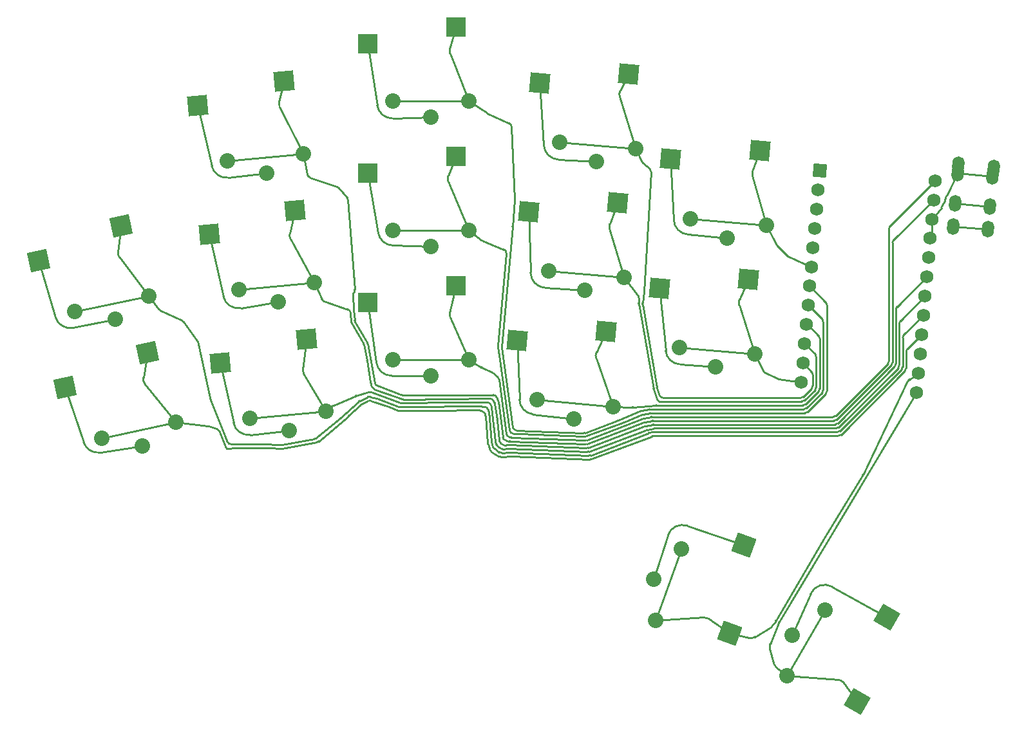
<source format=gbr>
%TF.GenerationSoftware,KiCad,Pcbnew,6.0.1-1.fc35*%
%TF.CreationDate,2022-01-21T00:59:50-05:00*%
%TF.ProjectId,a_dux_30,615f6475-785f-4333-902e-6b696361645f,v1.0.0*%
%TF.SameCoordinates,Original*%
%TF.FileFunction,Copper,L1,Top*%
%TF.FilePolarity,Positive*%
%FSLAX46Y46*%
G04 Gerber Fmt 4.6, Leading zero omitted, Abs format (unit mm)*
G04 Created by KiCad (PCBNEW 6.0.1-1.fc35) date 2022-01-21 00:59:50*
%MOMM*%
%LPD*%
G01*
G04 APERTURE LIST*
G04 Aperture macros list*
%AMHorizOval*
0 Thick line with rounded ends*
0 $1 width*
0 $2 $3 position (X,Y) of the first rounded end (center of the circle)*
0 $4 $5 position (X,Y) of the second rounded end (center of the circle)*
0 Add line between two ends*
20,1,$1,$2,$3,$4,$5,0*
0 Add two circle primitives to create the rounded ends*
1,1,$1,$2,$3*
1,1,$1,$4,$5*%
%AMRotRect*
0 Rectangle, with rotation*
0 The origin of the aperture is its center*
0 $1 length*
0 $2 width*
0 $3 Rotation angle, in degrees counterclockwise*
0 Add horizontal line*
21,1,$1,$2,0,0,$3*%
G04 Aperture macros list end*
%TA.AperFunction,SMDPad,CuDef*%
%ADD10R,2.600000X2.600000*%
%TD*%
%TA.AperFunction,SMDPad,CuDef*%
%ADD11RotRect,2.600000X2.600000X355.000000*%
%TD*%
%TA.AperFunction,ComponentPad*%
%ADD12C,2.032000*%
%TD*%
%TA.AperFunction,ComponentPad*%
%ADD13HorizOval,1.600000X0.026147X0.298858X-0.026147X-0.298858X0*%
%TD*%
%TA.AperFunction,SMDPad,CuDef*%
%ADD14RotRect,2.600000X2.600000X12.000000*%
%TD*%
%TA.AperFunction,SMDPad,CuDef*%
%ADD15RotRect,2.600000X2.600000X5.000000*%
%TD*%
%TA.AperFunction,ComponentPad*%
%ADD16RotRect,1.752600X1.752600X265.000000*%
%TD*%
%TA.AperFunction,ComponentPad*%
%ADD17C,1.752600*%
%TD*%
%TA.AperFunction,SMDPad,CuDef*%
%ADD18RotRect,2.600000X2.600000X250.000000*%
%TD*%
%TA.AperFunction,SMDPad,CuDef*%
%ADD19RotRect,2.600000X2.600000X240.000000*%
%TD*%
%TA.AperFunction,Conductor*%
%ADD20C,0.250000*%
%TD*%
G04 APERTURE END LIST*
D10*
%TO.P,S15,1*%
%TO.N,P18*%
X53400604Y65578531D03*
%TO.P,S15,2*%
%TO.N,GND*%
X41850604Y63378531D03*
%TD*%
D11*
%TO.P,S21,1*%
%TO.N,P16*%
X76151660Y59409717D03*
%TO.P,S21,2*%
%TO.N,GND*%
X64453869Y58224738D03*
%TD*%
D12*
%TO.P,S4,1*%
%TO.N,P5*%
X13077306Y30208126D03*
X3295830Y28129009D03*
%TO.P,S4,2*%
%TO.N,GND*%
X8623183Y27114457D03*
X8623183Y27114457D03*
%TD*%
D13*
%TO.P,REF\u002A\u002A,1*%
%TO.N,GND*%
X119498052Y47436268D03*
X124080548Y47035352D03*
%TO.P,REF\u002A\u002A,2*%
X119402181Y46340454D03*
X123984676Y45939538D03*
%TO.P,REF\u002A\u002A,3*%
%TO.N,P2*%
X119053558Y42355675D03*
X123636053Y41954759D03*
%TO.P,REF\u002A\u002A,4*%
%TO.N,VCC*%
X118792090Y39367091D03*
X123374586Y38966175D03*
%TD*%
D10*
%TO.P,S11,1*%
%TO.N,P1*%
X53400604Y31578531D03*
%TO.P,S11,2*%
%TO.N,GND*%
X41850604Y29378531D03*
%TD*%
D12*
%TO.P,S30,1*%
%TO.N,P9*%
X101903347Y-11114876D03*
X96903347Y-19775130D03*
%TO.P,S30,2*%
%TO.N,GND*%
X97584694Y-14395003D03*
X97584694Y-14395003D03*
%TD*%
%TO.P,S12,1*%
%TO.N,P1*%
X55125604Y21828531D03*
X45125604Y21828531D03*
%TO.P,S12,2*%
%TO.N,GND*%
X50125604Y19728531D03*
X50125604Y19728531D03*
%TD*%
D10*
%TO.P,S13,1*%
%TO.N,P19*%
X53400604Y48578531D03*
%TO.P,S13,2*%
%TO.N,GND*%
X41850604Y46378531D03*
%TD*%
D14*
%TO.P,S1,1*%
%TO.N,P6*%
X12897362Y22757907D03*
%TO.P,S1,2*%
%TO.N,GND*%
X2057163Y18204602D03*
%TD*%
D12*
%TO.P,S16,1*%
%TO.N,P18*%
X45125604Y55828531D03*
X55125604Y55828531D03*
%TO.P,S16,2*%
%TO.N,GND*%
X50125604Y53728531D03*
X50125604Y53728531D03*
%TD*%
%TO.P,S6,1*%
%TO.N,P4*%
X36318499Y15000173D03*
X26356552Y14128615D03*
%TO.P,S6,2*%
%TO.N,GND*%
X31520553Y12472385D03*
X31520553Y12472385D03*
%TD*%
D11*
%TO.P,S23,1*%
%TO.N,P10*%
X91860694Y32437949D03*
%TO.P,S23,2*%
%TO.N,GND*%
X80162903Y31252970D03*
%TD*%
D12*
%TO.P,S26,1*%
%TO.N,P20*%
X84249062Y40381575D03*
X94211009Y39510017D03*
%TO.P,S26,2*%
%TO.N,GND*%
X89047008Y37853787D03*
X89047008Y37853787D03*
%TD*%
D14*
%TO.P,S3,1*%
%TO.N,P5*%
X9362863Y39386417D03*
%TO.P,S3,2*%
%TO.N,GND*%
X-1477336Y34833112D03*
%TD*%
D15*
%TO.P,S5,1*%
%TO.N,P4*%
X33750295Y24562728D03*
%TO.P,S5,2*%
%TO.N,GND*%
X22435989Y21364450D03*
%TD*%
D12*
%TO.P,S14,1*%
%TO.N,P19*%
X55125604Y38828531D03*
X45125604Y38828531D03*
%TO.P,S14,2*%
%TO.N,GND*%
X50125604Y36728531D03*
X50125604Y36728531D03*
%TD*%
%TO.P,S10,1*%
%TO.N,P0*%
X23393257Y47999235D03*
X33355204Y48870793D03*
%TO.P,S10,2*%
%TO.N,GND*%
X28557258Y46343005D03*
X28557258Y46343005D03*
%TD*%
D16*
%TO.P,MCU1,1*%
%TO.N,RAW*%
X101243931Y46694397D03*
D17*
%TO.P,MCU1,2*%
%TO.N,GND*%
X101022556Y44164062D03*
%TO.P,MCU1,3*%
%TO.N,RST*%
X100801180Y41633728D03*
%TO.P,MCU1,4*%
%TO.N,VCC*%
X100579804Y39103393D03*
%TO.P,MCU1,5*%
%TO.N,P21*%
X100358429Y36573059D03*
%TO.P,MCU1,6*%
%TO.N,P20*%
X100137053Y34042724D03*
%TO.P,MCU1,7*%
%TO.N,P19*%
X99915678Y31512389D03*
%TO.P,MCU1,8*%
%TO.N,P18*%
X99694302Y28982055D03*
%TO.P,MCU1,9*%
%TO.N,P15*%
X99472926Y26451720D03*
%TO.P,MCU1,10*%
%TO.N,P14*%
X99251551Y23921386D03*
%TO.P,MCU1,11*%
%TO.N,P16*%
X99030175Y21391051D03*
%TO.P,MCU1,12*%
%TO.N,P10*%
X98808800Y18860717D03*
%TO.P,MCU1,13*%
%TO.N,P1*%
X116425938Y45366143D03*
%TO.P,MCU1,14*%
%TO.N,P0*%
X116204563Y42835809D03*
%TO.P,MCU1,15*%
%TO.N,GND*%
X115983187Y40305474D03*
%TO.P,MCU1,16*%
X115761812Y37775140D03*
%TO.P,MCU1,17*%
%TO.N,P2*%
X115540436Y35244805D03*
%TO.P,MCU1,18*%
%TO.N,P3*%
X115319060Y32714471D03*
%TO.P,MCU1,19*%
%TO.N,P4*%
X115097685Y30184136D03*
%TO.P,MCU1,20*%
%TO.N,P5*%
X114876309Y27653801D03*
%TO.P,MCU1,21*%
%TO.N,P6*%
X114654934Y25123467D03*
%TO.P,MCU1,22*%
%TO.N,P7*%
X114433558Y22593132D03*
%TO.P,MCU1,23*%
%TO.N,P8*%
X114212182Y20062798D03*
%TO.P,MCU1,24*%
%TO.N,P9*%
X113990807Y17532463D03*
%TD*%
D11*
%TO.P,S19,1*%
%TO.N,P14*%
X74670013Y42474407D03*
%TO.P,S19,2*%
%TO.N,GND*%
X62972222Y41289428D03*
%TD*%
D12*
%TO.P,S24,1*%
%TO.N,P10*%
X82767415Y23446265D03*
X92729362Y22574707D03*
%TO.P,S24,2*%
%TO.N,GND*%
X87565361Y20918477D03*
X87565361Y20918477D03*
%TD*%
%TO.P,S28,1*%
%TO.N,P8*%
X83081242Y-3068843D03*
X79661040Y-12465770D03*
%TO.P,S28,2*%
%TO.N,GND*%
X79397787Y-7049064D03*
X79397787Y-7049064D03*
%TD*%
D11*
%TO.P,S17,1*%
%TO.N,P15*%
X73188365Y25539097D03*
%TO.P,S17,2*%
%TO.N,GND*%
X61490574Y24354118D03*
%TD*%
D18*
%TO.P,S27,1*%
%TO.N,P8*%
X89413028Y-14179496D03*
%TO.P,S27,2*%
%TO.N,GND*%
X91296037Y-2573602D03*
%TD*%
D12*
%TO.P,S20,1*%
%TO.N,P14*%
X65576734Y33482723D03*
X75538681Y32611165D03*
%TO.P,S20,2*%
%TO.N,GND*%
X70374680Y30954935D03*
X70374680Y30954935D03*
%TD*%
D11*
%TO.P,S25,1*%
%TO.N,P20*%
X93342341Y49373259D03*
%TO.P,S25,2*%
%TO.N,GND*%
X81644550Y48188280D03*
%TD*%
D12*
%TO.P,S2,1*%
%TO.N,P6*%
X16611805Y13579616D03*
X6830329Y11500499D03*
%TO.P,S2,2*%
%TO.N,GND*%
X12157682Y10485947D03*
X12157682Y10485947D03*
%TD*%
%TO.P,S22,1*%
%TO.N,P16*%
X77020328Y49546475D03*
X67058381Y50418033D03*
%TO.P,S22,2*%
%TO.N,GND*%
X71856327Y47890245D03*
X71856327Y47890245D03*
%TD*%
D19*
%TO.P,S29,1*%
%TO.N,P9*%
X106209595Y-23156236D03*
%TO.P,S29,2*%
%TO.N,GND*%
X110079339Y-12053643D03*
%TD*%
D12*
%TO.P,S8,1*%
%TO.N,P3*%
X24874904Y31063925D03*
X34836851Y31935483D03*
%TO.P,S8,2*%
%TO.N,GND*%
X30038905Y29407695D03*
X30038905Y29407695D03*
%TD*%
D15*
%TO.P,S9,1*%
%TO.N,P0*%
X30787000Y58433348D03*
%TO.P,S9,2*%
%TO.N,GND*%
X19472694Y55235070D03*
%TD*%
%TO.P,S7,1*%
%TO.N,P3*%
X32268647Y41498038D03*
%TO.P,S7,2*%
%TO.N,GND*%
X20954341Y38299760D03*
%TD*%
D12*
%TO.P,S18,1*%
%TO.N,P15*%
X74057033Y15675855D03*
X64095086Y16547413D03*
%TO.P,S18,2*%
%TO.N,GND*%
X68893032Y14019625D03*
X68893032Y14019625D03*
%TD*%
D20*
%TO.N,P6*%
X23200000Y10200000D02*
X23257778Y10157778D01*
X16611805Y13579616D02*
X20861801Y13085925D01*
X112746447Y23214980D02*
X114654934Y25123467D01*
X12528435Y18621141D02*
X16611805Y13579616D01*
X50504236Y15100072D02*
X56325658Y15198740D01*
X44607918Y15596955D02*
X45813349Y15133327D01*
X58160900Y9609144D02*
X59027268Y9119926D01*
X22290197Y12474508D02*
X23200000Y10200000D01*
X23257778Y10157778D02*
X24592141Y10199753D01*
X35401172Y11085996D02*
X39290729Y14392120D01*
X39308876Y14408321D02*
X40853460Y15856369D01*
X104025032Y11946447D02*
X112453554Y20374969D01*
X6830329Y11500499D02*
X16611805Y13579616D01*
X40956005Y15930548D02*
X41805925Y16394141D01*
X59287817Y9055524D02*
X60782946Y9099498D01*
X12897362Y22757907D02*
X12320152Y19420983D01*
X42208906Y16427686D02*
X44591983Y15602775D01*
X57623023Y10736686D02*
X57936853Y9873654D01*
X57191078Y14772304D02*
X57271972Y14570069D01*
X79391357Y11800000D02*
X103671478Y11800000D01*
X30561194Y10111474D02*
X35169492Y10975530D01*
X24607862Y10200000D02*
X28884390Y10200000D01*
X28915579Y10199026D02*
X30437861Y10103884D01*
X71194869Y8735865D02*
X79214546Y11767694D01*
X45992839Y15100000D02*
X50495763Y15100000D01*
X112600000Y20728522D02*
X112600000Y22861426D01*
X20945151Y13068959D02*
X21967001Y12768508D01*
X57306099Y14424781D02*
X57594555Y10867150D01*
X60817049Y9099338D02*
X70998655Y8703936D01*
X56471492Y15179574D02*
X56864201Y15067371D01*
X42208906Y16427686D02*
G75*
G03*
X41805925Y16394141I-163556J-472489D01*
G01*
X40956005Y15930548D02*
G75*
G03*
X40853460Y15856369I239437J-438966D01*
G01*
X57936854Y9873654D02*
G75*
G03*
X58160900Y9609145I469904J170880D01*
G01*
X70998655Y8703937D02*
G75*
G03*
X71194869Y8735865I19401J499640D01*
G01*
X112600000Y22861426D02*
G75*
G02*
X112746447Y23214980I499997J1D01*
G01*
X79214546Y11767694D02*
G75*
G02*
X79391357Y11800000I176813J-467703D01*
G01*
X35169492Y10975531D02*
G75*
G03*
X35401172Y11085997I-92137J491422D01*
G01*
X24607862Y10199999D02*
G75*
G03*
X24592141Y10199752I32J-502489D01*
G01*
X30437861Y10103884D02*
G75*
G03*
X30561194Y10111474I31193J498974D01*
G01*
X56864201Y15067371D02*
G75*
G02*
X57191078Y14772304I-137364J-480764D01*
G01*
X59287817Y9055524D02*
G75*
G02*
X59027268Y9119926I-14698J499785D01*
G01*
X45992839Y15100001D02*
G75*
G02*
X45813349Y15133328I-4J499983D01*
G01*
X39308876Y14408321D02*
G75*
G02*
X39290729Y14392120I-341828J364623D01*
G01*
X20945151Y13068959D02*
G75*
G03*
X20861801Y13085924I-141029J-479622D01*
G01*
X60817049Y9099337D02*
G75*
G03*
X60782946Y9099498I-19395J-499349D01*
G01*
X103671478Y11800000D02*
G75*
G03*
X104025032Y11946447I1J499997D01*
G01*
X57306098Y14424781D02*
G75*
G03*
X57271972Y14570069I-498356J-40408D01*
G01*
X56471492Y15179573D02*
G75*
G03*
X56325658Y15198739I-137358J-480751D01*
G01*
X50495763Y15100001D02*
G75*
G03*
X50504236Y15100073I1J498498D01*
G01*
X57594555Y10867150D02*
G75*
G03*
X57623023Y10736686I498349J40405D01*
G01*
X44591983Y15602774D02*
G75*
G02*
X44607918Y15596954I-162773J-470392D01*
G01*
X112599999Y20728522D02*
G75*
G02*
X112453554Y20374969I-500001J0D01*
G01*
X21967001Y12768507D02*
G75*
G02*
X22290196Y12474508I-141041J-479692D01*
G01*
X28915579Y10199026D02*
G75*
G03*
X28884390Y10200000I-31153J-497736D01*
G01*
X12320153Y19420983D02*
G75*
G03*
X12528436Y18621141I985365J-170446D01*
G01*
%TO.N,GND*%
X41850604Y63378531D02*
X43068384Y55274717D01*
X81284241Y-1290459D02*
X79397787Y-7049064D01*
X19472694Y55235070D02*
X21314056Y47303304D01*
X65110487Y31295938D02*
X70374680Y30954935D01*
X80162903Y31252970D02*
X80984289Y23004766D01*
X25110154Y28616843D02*
X30038905Y29407695D01*
X119402181Y46340454D02*
X123984676Y45939538D01*
X23487522Y45768305D02*
X28557258Y46343005D01*
X45130803Y36843058D02*
X50125604Y36728531D01*
X83878123Y38304391D02*
X89047008Y37853787D01*
X22435989Y21364450D02*
X24176957Y13498891D01*
X3069736Y26026882D02*
X8623183Y27114457D01*
X-1477336Y34833112D02*
X771248Y27409798D01*
X2057163Y18204602D02*
X4467981Y10957838D01*
X100066127Y-8955429D02*
X97584694Y-14395003D01*
X110079339Y-12053643D02*
X102857773Y-8037604D01*
X63429911Y32437532D02*
X63463337Y32372909D01*
X6680122Y9614035D02*
X12157682Y10485947D01*
X44949282Y19714969D02*
X50125604Y19728531D01*
X117810719Y43120356D02*
X117592767Y42466500D01*
X20954341Y38299760D02*
X22844907Y30140146D01*
X61490574Y24354118D02*
X61763493Y16572761D01*
X115983187Y40305474D02*
X115983187Y37996515D01*
X91296037Y-2573602D02*
X83832107Y-20709D01*
X66851388Y48163134D02*
X71856327Y47890245D01*
X82852371Y21206682D02*
X87565361Y20918477D01*
X45108189Y53572886D02*
X50125604Y53728531D01*
X81644550Y48188280D02*
X82054441Y40194417D01*
X41850604Y29378531D02*
X42963393Y21437414D01*
X119402181Y46340454D02*
X117920172Y43384208D01*
X63526454Y14656815D02*
X68893032Y14019625D01*
X62972222Y41289428D02*
X63207210Y33297597D01*
X115983187Y37996515D02*
X115761812Y37775140D01*
X41850604Y46378531D02*
X43205614Y38503393D01*
X26333319Y11941504D02*
X31520553Y12472385D01*
X117237963Y41825967D02*
X115983187Y40305474D01*
X64453869Y58224738D02*
X64964146Y50035783D01*
X22844907Y30140146D02*
G75*
G03*
X25110154Y28616844I1948386J451439D01*
G01*
X117237963Y41825967D02*
G75*
G03*
X117592767Y42466500I-1542553J1272984D01*
G01*
X83832107Y-20709D02*
G75*
G03*
X81284242Y-1290459I-647250J-1892369D01*
G01*
X64964147Y50035783D02*
G75*
G03*
X66851388Y48163134I1996127J124384D01*
G01*
X63526454Y14656815D02*
G75*
G02*
X61763493Y16572761I235810J1986050D01*
G01*
X45108189Y53572888D02*
G75*
G02*
X43068385Y55274717I-62009J1999040D01*
G01*
X63463337Y32372909D02*
G75*
G03*
X65110487Y31295938I1776435J918845D01*
G01*
X26333319Y11941505D02*
G75*
G02*
X24176957Y13498891I-203624J1989607D01*
G01*
X23487522Y45768305D02*
G75*
G02*
X21314057Y47303304I-225275J1987271D01*
G01*
X63207210Y33297597D02*
G75*
G03*
X63429911Y32437532I1999141J58783D01*
G01*
X82852371Y21206683D02*
G75*
G02*
X80984290Y23004766I122075J1996271D01*
G01*
X102857773Y-8037604D02*
G75*
G03*
X100066127Y-8955429I-972036J-1747897D01*
G01*
X6680122Y9614035D02*
G75*
G02*
X4467981Y10957838I-314399J1975135D01*
G01*
X43205615Y38503393D02*
G75*
G03*
X45130803Y36843059I1971036J339140D01*
G01*
X82054441Y40194417D02*
G75*
G03*
X83878123Y38304392I1997377J102419D01*
G01*
X771248Y27409798D02*
G75*
G03*
X3069736Y26026882I1914114J579802D01*
G01*
X117920173Y43384208D02*
G75*
G03*
X117810720Y43120356I1788050J-896360D01*
G01*
X42963394Y21437414D02*
G75*
G03*
X44949282Y19714970I1980648J277549D01*
G01*
%TO.N,P5*%
X13077306Y30208126D02*
X14300814Y28502566D01*
X60416774Y9599367D02*
X70897445Y9203870D01*
X112296927Y25074419D02*
X114876309Y27653801D01*
X35000024Y11481838D02*
X38188770Y14090812D01*
X27909605Y10699631D02*
X30445248Y10602106D01*
X71095788Y9236842D02*
X78760290Y12184727D01*
X112150480Y20914719D02*
X112150480Y24720865D01*
X42181322Y16945603D02*
X42985631Y16704311D01*
X17626290Y26797037D02*
X19343040Y24468841D01*
X79349510Y12300000D02*
X103535761Y12300000D01*
X58463617Y10092803D02*
X59135135Y9652843D01*
X103889315Y12446447D02*
X112004034Y20561166D01*
X23840586Y10700000D02*
X27890388Y10700000D01*
X40771249Y16432884D02*
X41828119Y16920670D01*
X14493667Y28341850D02*
X17437285Y26952462D01*
X59423847Y9571290D02*
X60383221Y9599506D01*
X9208920Y35244025D02*
X13077306Y30208126D01*
X38210679Y14109825D02*
X40642250Y16346870D01*
X9362863Y39386417D02*
X9007284Y35956315D01*
X21114219Y16763861D02*
X23375303Y11016938D01*
X56425300Y15697700D02*
X57194833Y15627742D01*
X46088777Y15600000D02*
X47197283Y15600000D01*
X43014085Y16694836D02*
X45916650Y15630562D01*
X57613803Y15315491D02*
X57673523Y15166192D01*
X47202717Y15600030D02*
X56374598Y15699724D01*
X78841721Y12208344D02*
X79251452Y12290290D01*
X19428584Y24281124D02*
X21091532Y16837902D01*
X30553908Y10609801D02*
X34772848Y11376881D01*
X58108973Y10964106D02*
X58252558Y10389766D01*
X57706922Y15029046D02*
X58096407Y11036824D01*
X3295830Y28129009D02*
X13077306Y30208126D01*
X71095788Y9236843D02*
G75*
G02*
X70897445Y9203871I-179489J466662D01*
G01*
X38210679Y14109825D02*
G75*
G02*
X38188770Y14090812I-339450J369024D01*
G01*
X41828119Y16920670D02*
G75*
G02*
X42181322Y16945603I209528J-453979D01*
G01*
X58096407Y11036824D02*
G75*
G03*
X58108974Y10964106I497789J48576D01*
G01*
X56374598Y15699723D02*
G75*
G02*
X56425300Y15697699I5446J-499650D01*
G01*
X27890388Y10700000D02*
G75*
G02*
X27909605Y10699631I26J-499212D01*
G01*
X47202717Y15600030D02*
G75*
G02*
X47197283Y15600000I-5264J461376D01*
G01*
X59423847Y9571290D02*
G75*
G02*
X59135135Y9652843I-14699J499784D01*
G01*
X112004034Y20561166D02*
G75*
G03*
X112150480Y20914719I-353556J353553D01*
G01*
X112150480Y24720865D02*
G75*
G02*
X112296927Y25074419I499997J1D01*
G01*
X78841721Y12208344D02*
G75*
G03*
X78760290Y12184727I98032J-490209D01*
G01*
X79251452Y12290290D02*
G75*
G02*
X79349510Y12300000I98049J-490182D01*
G01*
X58252559Y10389766D02*
G75*
G03*
X58463617Y10092804I485070J121268D01*
G01*
X21091532Y16837902D02*
G75*
G03*
X21114219Y16763861I488025J109040D01*
G01*
X14493667Y28341850D02*
G75*
G02*
X14300814Y28502566I213432J452176D01*
G01*
X103889315Y12446447D02*
G75*
G02*
X103535761Y12300000I-353553J353550D01*
G01*
X23375303Y11016938D02*
G75*
G03*
X23840586Y10700000I465283J183062D01*
G01*
X9007284Y35956315D02*
G75*
G03*
X9208920Y35244025I994666J-103113D01*
G01*
X19428584Y24281124D02*
G75*
G03*
X19343040Y24468841I-487983J-109027D01*
G01*
X45916650Y15630562D02*
G75*
G03*
X46088777Y15600000I172129J469442D01*
G01*
X60383221Y9599506D02*
G75*
G02*
X60416774Y9599367I14706J-499839D01*
G01*
X34772848Y11376882D02*
G75*
G03*
X35000024Y11481838I-89446J491939D01*
G01*
X43014085Y16694836D02*
G75*
G03*
X42985631Y16704311I-172059J-469241D01*
G01*
X17437285Y26952462D02*
G75*
G02*
X17626289Y26797037I-213407J-452146D01*
G01*
X30553908Y10609801D02*
G75*
G02*
X30445248Y10602106I-89446J492017D01*
G01*
X40642251Y16346869D02*
G75*
G02*
X40771249Y16432883I338507J-367934D01*
G01*
X57706921Y15029046D02*
G75*
G03*
X57673522Y15166192I-497582J-48536D01*
G01*
X57613803Y15315491D02*
G75*
G03*
X57194833Y15627742I-464239J-185697D01*
G01*
%TO.N,P4*%
X33419570Y19903799D02*
X36318499Y15000173D01*
X36318499Y15000173D02*
X37206539Y15704646D01*
X111700960Y21100916D02*
X111700960Y26580304D01*
X70894430Y9735564D02*
X78461828Y12585624D01*
X58105789Y15546741D02*
X58592600Y11068081D01*
X52404545Y16200000D02*
X57539620Y16200000D01*
X26356552Y14128615D02*
X36318499Y15000173D01*
X59546303Y10075370D02*
X60282316Y10099422D01*
X33750295Y24562728D02*
X33286920Y20526764D01*
X41945234Y17557009D02*
X40335753Y17109931D01*
X60317681Y10099326D02*
X70699168Y9703841D01*
X103753598Y12946447D02*
X111554514Y20747363D01*
X58013962Y15858114D02*
X58083058Y15650825D01*
X58625434Y10936416D02*
X58748288Y10629280D01*
X42250847Y17544812D02*
X46116801Y16130439D01*
X40266104Y17084899D02*
X37313810Y15769660D01*
X58911090Y10416057D02*
X59228536Y10176184D01*
X78539998Y12608000D02*
X79451452Y12790290D01*
X111847407Y26933858D02*
X115097685Y30184136D01*
X46288592Y16100000D02*
X46895455Y16100000D01*
X79549510Y12800000D02*
X103400044Y12800000D01*
X46904544Y16100083D02*
X52395456Y16199917D01*
X111847407Y26933858D02*
G75*
G03*
X111700960Y26580304I353550J-353553D01*
G01*
X33286920Y20526764D02*
G75*
G03*
X33419570Y19903799I993472J-114062D01*
G01*
X58625434Y10936416D02*
G75*
G02*
X58592600Y11068081I464165J185678D01*
G01*
X58013962Y15858114D02*
G75*
G03*
X57539620Y16200000I-474343J-158116D01*
G01*
X58083057Y15650825D02*
G75*
G02*
X58105788Y15546741I-474281J-158103D01*
G01*
X46288592Y16100000D02*
G75*
G02*
X46116801Y16130439I6J500027D01*
G01*
X52395456Y16199917D02*
G75*
G02*
X52404545Y16200000I9144J-503597D01*
G01*
X42250847Y17544811D02*
G75*
G03*
X41945234Y17557008I-171791J-469573D01*
G01*
X59228537Y10176185D02*
G75*
G03*
X59546303Y10075371I301434J398915D01*
G01*
X40266104Y17084899D02*
G75*
G02*
X40335753Y17109931I203537J-456910D01*
G01*
X70699168Y9703842D02*
G75*
G03*
X70894430Y9735565I19038J499616D01*
G01*
X111554514Y20747363D02*
G75*
G03*
X111700960Y21100916I-353556J353553D01*
G01*
X78539998Y12608000D02*
G75*
G03*
X78461828Y12585624I98018J-490154D01*
G01*
X103400044Y12800000D02*
G75*
G03*
X103753598Y12946447I1J499997D01*
G01*
X37313810Y15769659D02*
G75*
G03*
X37206540Y15704645I203496J-456764D01*
G01*
X46904544Y16100083D02*
G75*
G02*
X46895455Y16100000I-9144J503597D01*
G01*
X60317681Y10099325D02*
G75*
G03*
X60282316Y10099421I-19038J-499270D01*
G01*
X58911091Y10416058D02*
G75*
G02*
X58748289Y10629280I301441J398922D01*
G01*
X79549510Y12799999D02*
G75*
G03*
X79451452Y12790289I11J-500095D01*
G01*
%TO.N,P3*%
X60317179Y10599339D02*
X70597947Y10203925D01*
X59741842Y10583086D02*
X60282817Y10599479D01*
X79445085Y13300000D02*
X103264327Y13300000D01*
X41315520Y23814642D02*
X41699592Y21702243D01*
X41700387Y21697754D02*
X42196845Y18818299D01*
X39717470Y26641882D02*
X41256631Y23975140D01*
X70795417Y10236409D02*
X78256743Y13083494D01*
X36076566Y29495011D02*
X39210786Y28450271D01*
X103617881Y13446447D02*
X111104994Y20933560D01*
X58800767Y13892843D02*
X59086015Y11230529D01*
X34836851Y31935483D02*
X35775973Y29770386D01*
X45909568Y16796173D02*
X46308554Y16636578D01*
X59176303Y10993176D02*
X59319830Y10792238D01*
X58511184Y16017985D02*
X58799027Y13907133D01*
X111251440Y21287113D02*
X111251440Y28439744D01*
X42690472Y17932775D02*
X45890283Y16803430D01*
X24874904Y31063925D02*
X34836851Y31935483D01*
X111397887Y28793298D02*
X115319060Y32714471D01*
X31677267Y37693462D02*
X34836851Y31935483D01*
X46498487Y16600835D02*
X57888059Y16697356D01*
X78345553Y13108282D02*
X79355642Y13291935D01*
X39550800Y28019161D02*
X39652389Y26848592D01*
X42324546Y18350909D02*
X42409668Y18180663D01*
X58339510Y16420981D02*
X58462982Y16174036D01*
X42204504Y18781985D02*
X42286688Y18453247D01*
X32268647Y41498038D02*
X31577800Y38391617D01*
X70597947Y10203926D02*
G75*
G03*
X70795417Y10236410I19221J499607D01*
G01*
X60317179Y10599339D02*
G75*
G03*
X60282817Y10599479I-19219J-500100D01*
G01*
X42204505Y18781985D02*
G75*
G02*
X42196846Y18818299I484464J121143D01*
G01*
X79355642Y13291935D02*
G75*
G02*
X79445085Y13300000I89436J-491858D01*
G01*
X31577800Y38391617D02*
G75*
G03*
X31677267Y37693462I976156J-217089D01*
G01*
X59319831Y10792238D02*
G75*
G03*
X59741842Y10583086I406864J290614D01*
G01*
X41700386Y21697754D02*
G75*
G03*
X41699591Y21702243I-465254J-80082D01*
G01*
X59176303Y10993176D02*
G75*
G02*
X59086015Y11230529I406862J290617D01*
G01*
X39550799Y28019161D02*
G75*
G03*
X39210786Y28450270I-498128J-43233D01*
G01*
X42409668Y18180663D02*
G75*
G03*
X42690472Y17932776I447217J223612D01*
G01*
X58339509Y16420981D02*
G75*
G03*
X57888059Y16697355I-447214J-223610D01*
G01*
X39652390Y26848592D02*
G75*
G03*
X39717471Y26641882I498145J43237D01*
G01*
X103617881Y13446447D02*
G75*
G02*
X103264327Y13300000I-353553J353550D01*
G01*
X46498487Y16600836D02*
G75*
G02*
X46308554Y16636579I-4242J499969D01*
G01*
X111397887Y28793298D02*
G75*
G03*
X111251440Y28439744I353550J-353553D01*
G01*
X42286688Y18453247D02*
G75*
G03*
X42324546Y18350909I485066J121270D01*
G01*
X58462981Y16174036D02*
G75*
G02*
X58511183Y16017985I-447202J-223605D01*
G01*
X35775973Y29770386D02*
G75*
G03*
X36076566Y29495011I458703J198962D01*
G01*
X78345553Y13108282D02*
G75*
G03*
X78256743Y13083494I89406J-491811D01*
G01*
X45890283Y16803429D02*
G75*
G02*
X45909568Y16796172I-166123J-470713D01*
G01*
X111251439Y21287113D02*
G75*
G02*
X111104994Y20933560I-500001J0D01*
G01*
X58799027Y13907133D02*
G75*
G02*
X58800767Y13892843I-490355J-66958D01*
G01*
X41256631Y23975140D02*
G75*
G02*
X41315520Y23814642I-433041J-249942D01*
G01*
%TO.N,P0*%
X37984266Y44425014D02*
X39084191Y43152552D01*
X70594892Y10735739D02*
X78157694Y13584066D01*
X30236734Y55072952D02*
X33355204Y48870793D01*
X103482164Y13946447D02*
X110655474Y21119757D01*
X41815831Y23912930D02*
X42749632Y18777025D01*
X78244478Y13608087D02*
X79255642Y13791935D01*
X59665842Y11401238D02*
X59675994Y11386010D01*
X39906215Y30369481D02*
X39999774Y28404741D01*
X110801920Y21473310D02*
X110801920Y37226059D01*
X30787000Y58433348D02*
X30156672Y55750923D01*
X43062998Y18399442D02*
X46113760Y17232974D01*
X33355204Y48870793D02*
X33903084Y46176692D01*
X40000316Y28395265D02*
X40092149Y27017773D01*
X40038312Y30776623D02*
X39958435Y30616871D01*
X59010488Y16314347D02*
X59585573Y11617817D01*
X34228558Y45804168D02*
X37770495Y44570203D01*
X60525481Y11098981D02*
X70398681Y10704053D01*
X39204529Y42862898D02*
X40089704Y31037554D01*
X110948367Y37579613D02*
X116204563Y42835809D01*
X79345085Y13800000D02*
X103128610Y13800000D01*
X40159692Y26798172D02*
X41755245Y24076347D01*
X60021309Y11168384D02*
X60474755Y11103606D01*
X58738197Y16923607D02*
X58961409Y16477183D01*
X23393257Y47999235D02*
X33355204Y48870793D01*
X46292329Y17200000D02*
X58290983Y17200000D01*
X59585573Y11617817D02*
G75*
G03*
X59665842Y11401238I496326J60785D01*
G01*
X39204529Y42862898D02*
G75*
G03*
X39084191Y43152552I-498607J-37324D01*
G01*
X79345085Y13800000D02*
G75*
G03*
X79255642Y13791935I-7J-499923D01*
G01*
X37770495Y44570203D02*
G75*
G02*
X37984266Y44425014I-164491J-472159D01*
G01*
X70398681Y10704054D02*
G75*
G03*
X70594892Y10735740I19987J499579D01*
G01*
X110948367Y37579613D02*
G75*
G03*
X110801920Y37226059I353550J-353553D01*
G01*
X40089703Y31037554D02*
G75*
G02*
X40038311Y30776623I-498613J-37321D01*
G01*
X60021309Y11168384D02*
G75*
G02*
X59675994Y11386010I70711J494975D01*
G01*
X40000316Y28395265D02*
G75*
G02*
X39999774Y28404741I488113J32672D01*
G01*
X41755245Y24076347D02*
G75*
G02*
X41815831Y23912930I-431357J-252863D01*
G01*
X46292329Y17200001D02*
G75*
G02*
X46113760Y17232975I-7J499966D01*
G01*
X58961409Y16477183D02*
G75*
G02*
X59010488Y16314347I-447262J-223620D01*
G01*
X60474755Y11103607D02*
G75*
G03*
X60525481Y11098982I70694J494870D01*
G01*
X40159692Y26798172D02*
G75*
G02*
X40092149Y27017773I431347J252858D01*
G01*
X110801919Y21473310D02*
G75*
G02*
X110655474Y21119757I-500001J0D01*
G01*
X43062999Y18399443D02*
G75*
G02*
X42749633Y18777025I178566J467024D01*
G01*
X34228558Y45804169D02*
G75*
G02*
X33903084Y46176692I164496J472165D01*
G01*
X30156672Y55750923D02*
G75*
G03*
X30236735Y55072952I973485J-228753D01*
G01*
X78157694Y13584065D02*
G75*
G02*
X78244478Y13608086I176237J-467935D01*
G01*
X58290983Y17200000D02*
G75*
G02*
X58738197Y16923607I2J-499997D01*
G01*
X39958435Y30616871D02*
G75*
G03*
X39906215Y30369481I447212J-223606D01*
G01*
X103128610Y13800000D02*
G75*
G03*
X103482164Y13946447I1J499997D01*
G01*
%TO.N,P1*%
X53400604Y31578531D02*
X52599968Y28033591D01*
X60464750Y11639208D02*
X60669295Y11605117D01*
X55125604Y21828531D02*
X56751217Y20838827D01*
X103346447Y14446447D02*
X110205954Y21305954D01*
X45125604Y21828531D02*
X55125604Y21828531D01*
X58337195Y20029353D02*
X58912520Y19552291D01*
X78141067Y14108213D02*
X79051452Y14290290D01*
X59087999Y19240471D02*
X59189467Y18553609D01*
X56787622Y20818689D02*
X58241649Y20091676D01*
X59190480Y18546384D02*
X60051304Y12066560D01*
X52660655Y27409254D02*
X55125604Y21828531D01*
X70595989Y11236627D02*
X78060872Y14085069D01*
X110498847Y39439052D02*
X116425938Y45366143D01*
X60731103Y11598730D02*
X70397345Y11204190D01*
X79149510Y14300000D02*
X102992893Y14300000D01*
X110352400Y21659507D02*
X110352400Y39085498D01*
X59190479Y18546384D02*
G75*
G03*
X59189466Y18553609I-485779J-64427D01*
G01*
X79149510Y14299999D02*
G75*
G03*
X79051452Y14290289I11J-500095D01*
G01*
X60051305Y12066560D02*
G75*
G03*
X60464750Y11639209I495644J65844D01*
G01*
X59087999Y19240471D02*
G75*
G03*
X58912520Y19552291I-494634J-73073D01*
G01*
X102992893Y14300000D02*
G75*
G03*
X103346447Y14446447I1J499997D01*
G01*
X110352399Y21659507D02*
G75*
G02*
X110205954Y21305954I-500001J0D01*
G01*
X78060872Y14085069D02*
G75*
G02*
X78141067Y14108213I178287J-467261D01*
G01*
X60731103Y11598730D02*
G75*
G02*
X60669295Y11605117I20370J499381D01*
G01*
X58241649Y20091676D02*
G75*
G02*
X58337195Y20029353I-223639J-447257D01*
G01*
X52660656Y27409254D02*
G75*
G02*
X52599969Y28033591I914739J404033D01*
G01*
X70397345Y11204190D02*
G75*
G03*
X70595989Y11236627I20397J499554D01*
G01*
X56787622Y20818689D02*
G75*
G02*
X56751217Y20838827I223529J447065D01*
G01*
X110352400Y39085498D02*
G75*
G02*
X110498847Y39439052I499997J1D01*
G01*
%TO.N,P19*%
X60038239Y35825693D02*
X58958389Y23652838D01*
X61832867Y12059878D02*
X70200610Y11704224D01*
X52406445Y45244095D02*
X55125604Y38828531D01*
X102200000Y17720638D02*
X102200000Y29020960D01*
X75510266Y13604277D02*
X77850207Y14579253D01*
X79045085Y14800000D02*
X99279362Y14800000D01*
X58961078Y23540665D02*
X59199974Y21800191D01*
X53400604Y48578531D02*
X52395331Y45997224D01*
X60961242Y12086938D02*
X61827131Y12060089D01*
X77953072Y14609650D02*
X78955643Y14791935D01*
X56860546Y37489137D02*
X59727129Y36333615D01*
X60470067Y12599524D02*
X60481568Y12517374D01*
X70393438Y11734141D02*
X75489555Y13596183D01*
X45125604Y38828531D02*
X55125604Y38828531D01*
X55125604Y38828531D02*
X56738346Y37559894D01*
X59200026Y21799810D02*
X60469934Y12600477D01*
X99632916Y14946447D02*
X102053554Y17367085D01*
X102053553Y29374514D02*
X99915678Y31512389D01*
X61827131Y12060088D02*
G75*
G02*
X61832867Y12059877I-14954J-484603D01*
G01*
X59200025Y21799810D02*
G75*
G03*
X59199973Y21800191I-270872J-36775D01*
G01*
X77953072Y14609649D02*
G75*
G03*
X77850207Y14579252I89438J-491910D01*
G01*
X60469933Y12600477D02*
G75*
G02*
X60470066Y12599524I-203058J-28825D01*
G01*
X99632916Y14946447D02*
G75*
G02*
X99279362Y14800000I-353553J353550D01*
G01*
X70393438Y11734141D02*
G75*
G02*
X70200610Y11704224I-171594J469612D01*
G01*
X59727129Y36333614D02*
G75*
G02*
X60038238Y35825693I-186934J-463740D01*
G01*
X56738346Y37559894D02*
G75*
G03*
X56860546Y37489137I309148J393009D01*
G01*
X58961079Y23540665D02*
G75*
G02*
X58958390Y23652838I495365J67994D01*
G01*
X102053553Y29374514D02*
G75*
G02*
X102200000Y29020960I-353550J-353553D01*
G01*
X52395331Y45997224D02*
G75*
G03*
X52406445Y45244095I931833J-362895D01*
G01*
X75489555Y13596183D02*
G75*
G03*
X75510266Y13604277I-172072J470844D01*
G01*
X102053554Y17367085D02*
G75*
G03*
X102200000Y17720638I-353556J353553D01*
G01*
X78955643Y14791935D02*
G75*
G02*
X79045085Y14800000I89436J-491858D01*
G01*
X60481568Y12517374D02*
G75*
G03*
X60961242Y12086938I495170J69323D01*
G01*
%TO.N,P18*%
X60832847Y39342863D02*
X59440929Y23500297D01*
X70351209Y12202153D02*
X74717670Y13839576D01*
X57513566Y54264299D02*
X60431091Y52908913D01*
X78911432Y15300000D02*
X99143645Y15300000D01*
X53400604Y65578531D02*
X52594559Y62735027D01*
X74735790Y13846777D02*
X77695589Y15090390D01*
X77806972Y15122607D02*
X78829133Y15293180D01*
X59443672Y23388413D02*
X60877611Y12961978D01*
X45125604Y55828531D02*
X55125604Y55828531D01*
X101563553Y27112804D02*
X99694302Y28982055D01*
X61159877Y42789376D02*
X60833165Y39346335D01*
X61352529Y12530518D02*
X70155228Y12170735D01*
X60719904Y52478393D02*
X61161586Y42859544D01*
X55125604Y55828531D02*
X57449461Y54300018D01*
X52627790Y62091876D02*
X55125604Y55828531D01*
X99497199Y15446447D02*
X101563554Y17512802D01*
X101710000Y17866355D02*
X101710000Y26759250D01*
X57449461Y54300019D02*
G75*
G03*
X57513566Y54264300I274764J417735D01*
G01*
X60833166Y39346335D02*
G75*
G03*
X60832848Y39342863I506335J-48126D01*
G01*
X77806972Y15122606D02*
G75*
G03*
X77695589Y15090390I82298J-493175D01*
G01*
X101709999Y17866355D02*
G75*
G02*
X101563554Y17512802I-500001J0D01*
G01*
X61352529Y12530518D02*
G75*
G02*
X60877611Y12961978I20420J499583D01*
G01*
X70155228Y12170735D02*
G75*
G03*
X70351209Y12202153I20424J499557D01*
G01*
X78829133Y15293180D02*
G75*
G02*
X78911432Y15300000I82300J-493167D01*
G01*
X60719903Y52478393D02*
G75*
G03*
X60431091Y52908912I-499471J-22934D01*
G01*
X59443672Y23388413D02*
G75*
G02*
X59440929Y23500297I495467J68123D01*
G01*
X61161586Y42859544D02*
G75*
G02*
X61159877Y42789376I-499179J-22947D01*
G01*
X101710000Y26759250D02*
G75*
G03*
X101563553Y27112804I-499997J1D01*
G01*
X52627790Y62091876D02*
G75*
G02*
X52594559Y62735027I928869J370428D01*
G01*
X74735790Y13846777D02*
G75*
G02*
X74717670Y13839576I-193461J460411D01*
G01*
X99497199Y15446447D02*
G75*
G02*
X99143645Y15300000I-353553J353550D01*
G01*
%TO.N,P15*%
X79751226Y15824200D02*
X99032128Y15824200D01*
X99633880Y26451720D02*
X99472926Y26451720D01*
X101244400Y18036472D02*
X101244400Y24634093D01*
X64095086Y16547413D02*
X74057033Y15675855D01*
X101097953Y24987647D02*
X99633880Y26451720D01*
X73188365Y25539097D02*
X71879642Y22773539D01*
X74057033Y15675855D02*
X76626420Y15571451D01*
X99385682Y15970647D02*
X101097954Y17682919D01*
X76687902Y15572737D02*
X79710044Y15822501D01*
X71839613Y22015643D02*
X74057033Y15675855D01*
X76687902Y15572737D02*
G75*
G02*
X76626420Y15571451I-41178J498358D01*
G01*
X101097953Y24987647D02*
G75*
G02*
X101244400Y24634093I-353550J-353553D01*
G01*
X99385682Y15970647D02*
G75*
G02*
X99032128Y15824200I-353553J353550D01*
G01*
X71839614Y22015643D02*
G75*
G02*
X71879643Y22773539I943926J330151D01*
G01*
X79710044Y15822501D02*
G75*
G02*
X79751226Y15824200I41184J-498313D01*
G01*
X101097954Y17682919D02*
G75*
G03*
X101244400Y18036472I-353556J353553D01*
G01*
%TO.N,P14*%
X100779520Y18207309D02*
X100779520Y22186310D01*
X79412049Y17948254D02*
X79845674Y16647377D01*
X74670013Y42474407D02*
X73625795Y39685657D01*
X65576734Y33482723D02*
X75538681Y32611165D01*
X77430678Y29144955D02*
X79393998Y18019475D01*
X79966463Y16451937D02*
X80078520Y16339880D01*
X99265645Y16486327D02*
X100633074Y17853756D01*
X100633073Y22539864D02*
X99251551Y23921386D01*
X77478231Y29879020D02*
X77425005Y29275795D01*
X73604604Y39047200D02*
X75538681Y32611165D01*
X75538681Y32611165D02*
X77376120Y30228288D01*
X80078520Y16339880D02*
X98912091Y16339880D01*
X98912091Y16339880D02*
G75*
G03*
X99265645Y16486327I1J499997D01*
G01*
X100633074Y17853756D02*
G75*
G03*
X100779520Y18207309I-353556J353553D01*
G01*
X79393998Y18019475D02*
G75*
G03*
X79412049Y17948254I492601J86952D01*
G01*
X73604604Y39047200D02*
G75*
G02*
X73625795Y39685657I957695J287793D01*
G01*
X79966463Y16451937D02*
G75*
G02*
X79845674Y16647377I353538J353545D01*
G01*
X77376120Y30228288D02*
G75*
G02*
X77478231Y29879020I-395953J-305320D01*
G01*
X77425005Y29275795D02*
G75*
G03*
X77430678Y29144955I498042J-43949D01*
G01*
X100633073Y22539864D02*
G75*
G02*
X100779520Y22186310I-353550J-353553D01*
G01*
%TO.N,P16*%
X100330000Y18393507D02*
X100330000Y19884119D01*
X78032747Y47660701D02*
X78899097Y46948369D01*
X80685936Y16789400D02*
X98725893Y16789400D01*
X99079447Y16935847D02*
X100183554Y18039954D01*
X78152855Y30764188D02*
X77938344Y29262609D01*
X67058381Y50418033D02*
X77020328Y49546475D01*
X79080685Y46532841D02*
X78157021Y30805584D01*
X100183553Y20237673D02*
X99030175Y21391051D01*
X77940589Y29106945D02*
X79824101Y18182576D01*
X79849030Y18091001D02*
X80218135Y17112871D01*
X74944635Y56458159D02*
X77020328Y49546475D01*
X77020328Y49546475D02*
X77905292Y47818949D01*
X76151660Y59409717D02*
X75013706Y57204329D01*
X75013706Y57204329D02*
G75*
G03*
X74944635Y56458159I888675J-458544D01*
G01*
X79849031Y18091001D02*
G75*
G02*
X79824102Y18182576I467860J176544D01*
G01*
X80218135Y17112871D02*
G75*
G03*
X80685936Y16789400I467800J176528D01*
G01*
X77905293Y47818949D02*
G75*
G03*
X78032748Y47660702I444999J227958D01*
G01*
X77940590Y29106945D02*
G75*
G02*
X77938345Y29262609I492738J84955D01*
G01*
X100183553Y20237673D02*
G75*
G02*
X100330000Y19884119I-353550J-353553D01*
G01*
X100183554Y18039954D02*
G75*
G03*
X100330000Y18393507I-353556J353553D01*
G01*
X79080685Y46532841D02*
G75*
G03*
X78899097Y46948369I-499139J29315D01*
G01*
X78157021Y30805584D02*
G75*
G02*
X78152855Y30764188I-500048J29416D01*
G01*
X99079447Y16935847D02*
G75*
G02*
X98725893Y16789400I-353553J353550D01*
G01*
%TO.N,P10*%
X82767415Y23446265D02*
X92729362Y22574707D01*
X91860694Y32437949D02*
X90676276Y29709501D01*
X92729362Y22574707D02*
X93853000Y20243800D01*
X93853000Y20243800D02*
X95834200Y19304000D01*
X95834200Y19304000D02*
X98808800Y18860717D01*
X90642449Y29002500D02*
X92729362Y22574707D01*
X90642449Y29002500D02*
G75*
G02*
X90676277Y29709501I951129J308802D01*
G01*
%TO.N,P20*%
X93342341Y49373259D02*
X92403797Y46623193D01*
X97002600Y35407600D02*
X100137053Y34042724D01*
X92387160Y46030846D02*
X94211009Y39510017D01*
X94211009Y39510017D02*
X95554800Y36906200D01*
X95554800Y36906200D02*
X97002600Y35407600D01*
X84249062Y40381575D02*
X94211009Y39510017D01*
X92387160Y46030846D02*
G75*
G02*
X92403797Y46623193I963037J269359D01*
G01*
%TO.N,P8*%
X106931126Y6676771D02*
X112715381Y18841086D01*
X101960230Y-1465626D02*
X106881242Y6584646D01*
X83081242Y-3068843D02*
X79661040Y-12465770D01*
X89413028Y-14179496D02*
X86644108Y-12261770D01*
X113038083Y19225987D02*
X114212182Y20062798D01*
X95328172Y-12850446D02*
X95426561Y-12612126D01*
X89413028Y-14179496D02*
X91984030Y-14776512D01*
X86015022Y-12085639D02*
X79661040Y-12465770D01*
X95488546Y-12487401D02*
X101951105Y-1480855D01*
X94923320Y-13323329D02*
X92729698Y-14656916D01*
X95328171Y-12850446D02*
G75*
G02*
X94923320Y-13323329I-924329J381606D01*
G01*
X106881241Y6584647D02*
G75*
G03*
X106931125Y6676771I-852848J521369D01*
G01*
X86015022Y-12085640D02*
G75*
G02*
X86644107Y-12261771I59719J-998217D01*
G01*
X113038083Y19225987D02*
G75*
G03*
X112715381Y18841086I580394J-814331D01*
G01*
X101951106Y-1480855D02*
G75*
G02*
X101960231Y-1465626I865088J-508001D01*
G01*
X91984030Y-14776512D02*
G75*
G03*
X92729698Y-14656916I226195J974076D01*
G01*
X95488547Y-12487401D02*
G75*
G03*
X95426562Y-12612126I862525J-506417D01*
G01*
%TO.N,P9*%
X95169974Y-18094896D02*
X94693425Y-16188700D01*
X96903347Y-19775130D02*
X95504813Y-18624622D01*
X106209595Y-23156236D02*
X104412215Y-20693052D01*
X101903347Y-11114876D02*
X96903347Y-19775130D01*
X95925957Y-12631611D02*
X113990807Y17532463D01*
X94735091Y-15574773D02*
X95855395Y-12774014D01*
X103679493Y-20285327D02*
X96903347Y-19775130D01*
X95855395Y-12774014D02*
G75*
G02*
X95925957Y-12631611I928270J-371283D01*
G01*
X94735091Y-15574773D02*
G75*
G03*
X94693425Y-16188700I928465J-371390D01*
G01*
X103679493Y-20285327D02*
G75*
G02*
X104412214Y-20693052I-75080J-997175D01*
G01*
X95504814Y-18624621D02*
G75*
G02*
X95169975Y-18094896I635294J772257D01*
G01*
%TO.N,VCC*%
X118792090Y39367091D02*
X123374586Y38966175D01*
%TO.N,P2*%
X119053558Y42355675D02*
X123636053Y41954759D01*
%TD*%
M02*

</source>
